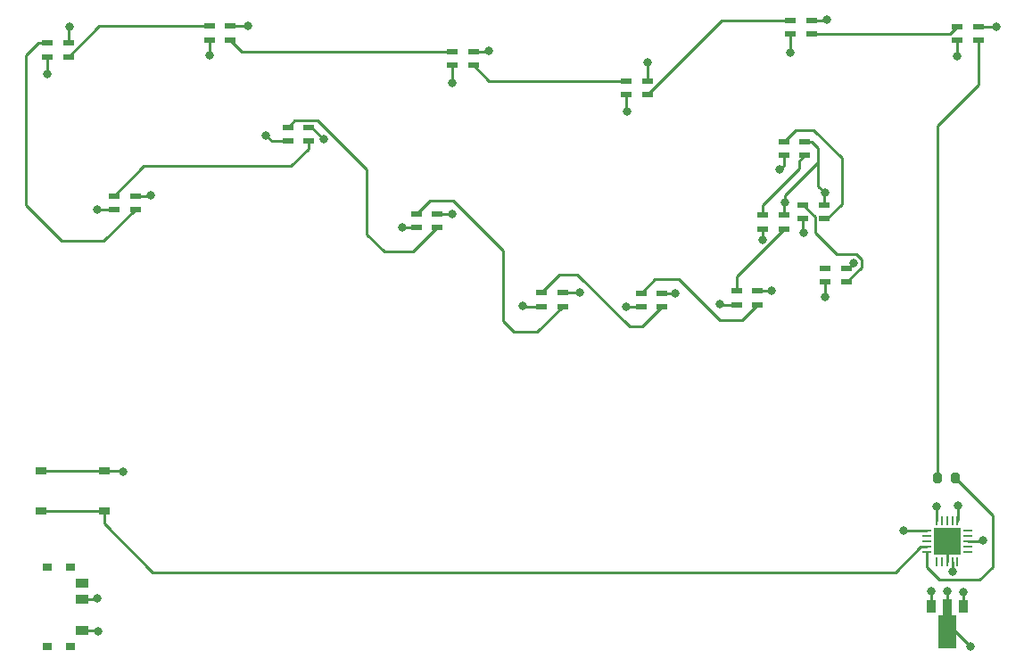
<source format=gbr>
%TF.GenerationSoftware,KiCad,Pcbnew,7.0.6*%
%TF.CreationDate,2023-11-05T20:30:34+01:00*%
%TF.ProjectId,Julkort,4a756c6b-6f72-4742-9e6b-696361645f70,rev?*%
%TF.SameCoordinates,Original*%
%TF.FileFunction,Copper,L1,Top*%
%TF.FilePolarity,Positive*%
%FSLAX46Y46*%
G04 Gerber Fmt 4.6, Leading zero omitted, Abs format (unit mm)*
G04 Created by KiCad (PCBNEW 7.0.6) date 2023-11-05 20:30:34*
%MOMM*%
%LPD*%
G01*
G04 APERTURE LIST*
G04 Aperture macros list*
%AMRoundRect*
0 Rectangle with rounded corners*
0 $1 Rounding radius*
0 $2 $3 $4 $5 $6 $7 $8 $9 X,Y pos of 4 corners*
0 Add a 4 corners polygon primitive as box body*
4,1,4,$2,$3,$4,$5,$6,$7,$8,$9,$2,$3,0*
0 Add four circle primitives for the rounded corners*
1,1,$1+$1,$2,$3*
1,1,$1+$1,$4,$5*
1,1,$1+$1,$6,$7*
1,1,$1+$1,$8,$9*
0 Add four rect primitives between the rounded corners*
20,1,$1+$1,$2,$3,$4,$5,0*
20,1,$1+$1,$4,$5,$6,$7,0*
20,1,$1+$1,$6,$7,$8,$9,0*
20,1,$1+$1,$8,$9,$2,$3,0*%
%AMFreePoly0*
4,1,9,3.862500,-0.866500,0.737500,-0.866500,0.737500,-0.450000,-0.737500,-0.450000,-0.737500,0.450000,0.737500,0.450000,0.737500,0.866500,3.862500,0.866500,3.862500,-0.866500,3.862500,-0.866500,$1*%
G04 Aperture macros list end*
%TA.AperFunction,SMDPad,CuDef*%
%ADD10R,1.000000X0.600000*%
%TD*%
%TA.AperFunction,SMDPad,CuDef*%
%ADD11RoundRect,0.200000X0.200000X0.275000X-0.200000X0.275000X-0.200000X-0.275000X0.200000X-0.275000X0*%
%TD*%
%TA.AperFunction,SMDPad,CuDef*%
%ADD12R,0.900000X1.300000*%
%TD*%
%TA.AperFunction,SMDPad,CuDef*%
%ADD13FreePoly0,270.000000*%
%TD*%
%TA.AperFunction,SMDPad,CuDef*%
%ADD14R,1.200000X0.900000*%
%TD*%
%TA.AperFunction,SMDPad,CuDef*%
%ADD15R,0.900000X0.800000*%
%TD*%
%TA.AperFunction,SMDPad,CuDef*%
%ADD16RoundRect,0.062500X-0.350000X-0.062500X0.350000X-0.062500X0.350000X0.062500X-0.350000X0.062500X0*%
%TD*%
%TA.AperFunction,SMDPad,CuDef*%
%ADD17RoundRect,0.062500X-0.062500X-0.350000X0.062500X-0.350000X0.062500X0.350000X-0.062500X0.350000X0*%
%TD*%
%TA.AperFunction,ComponentPad*%
%ADD18C,0.500000*%
%TD*%
%TA.AperFunction,SMDPad,CuDef*%
%ADD19R,2.500000X2.500000*%
%TD*%
%TA.AperFunction,SMDPad,CuDef*%
%ADD20R,1.000000X0.750000*%
%TD*%
%TA.AperFunction,ViaPad*%
%ADD21C,0.800000*%
%TD*%
%TA.AperFunction,Conductor*%
%ADD22C,0.250000*%
%TD*%
G04 APERTURE END LIST*
D10*
%TO.P,D14,1,DOUT*%
%TO.N,Net-(D14-DOUT)*%
X148020075Y-85969201D03*
%TO.P,D14,2,VSS*%
%TO.N,GND*%
X148020075Y-87269201D03*
%TO.P,D14,3,DIN*%
%TO.N,Net-(D13-DOUT)*%
X150020075Y-87269201D03*
%TO.P,D14,4,VDD*%
%TO.N,+6V*%
X150020075Y-85969201D03*
%TD*%
%TO.P,D12,1,DOUT*%
%TO.N,Net-(D12-DOUT)*%
X143538947Y-100139957D03*
%TO.P,D12,2,VSS*%
%TO.N,GND*%
X143538947Y-101439957D03*
%TO.P,D12,3,DIN*%
%TO.N,Net-(D11-DOUT)*%
X145538947Y-101439957D03*
%TO.P,D12,4,VDD*%
%TO.N,+6V*%
X145538947Y-100139957D03*
%TD*%
D11*
%TO.P,R1,1*%
%TO.N,Net-(U1-AREF{slash}PA0)*%
X164269654Y-117873176D03*
%TO.P,R1,2*%
%TO.N,Net-(D1-DIN)*%
X162619654Y-117873176D03*
%TD*%
D12*
%TO.P,U2,1,OUT*%
%TO.N,+6V*%
X165054247Y-130104485D03*
D13*
%TO.P,U2,2,GND*%
%TO.N,GND*%
X163554247Y-130191985D03*
D12*
%TO.P,U2,3,IN*%
%TO.N,Net-(U2-IN)*%
X162054247Y-130104485D03*
%TD*%
D14*
%TO.P,J1,1,NO*%
%TO.N,GND*%
X81374644Y-132389317D03*
%TO.P,J1,2,COM*%
%TO.N,Net-(J1-COM)*%
X81374644Y-129389317D03*
%TO.P,J1,3,NC*%
%TO.N,unconnected-(J1-NC-Pad3)*%
X81374644Y-127889317D03*
D15*
%TO.P,J1,MP1,MP1*%
%TO.N,unconnected-(J1-PadMP1)*%
X80324644Y-126339317D03*
%TO.P,J1,MP2,MP2*%
%TO.N,unconnected-(J1-PadMP2)*%
X80324644Y-133939317D03*
%TO.P,J1,MP3,MP3*%
%TO.N,unconnected-(J1-PadMP3)*%
X78124644Y-133939317D03*
%TO.P,J1,MP4,MP4*%
%TO.N,unconnected-(J1-PadMP4)*%
X78124644Y-126339317D03*
%TD*%
D10*
%TO.P,D9,1,DOUT*%
%TO.N,Net-(D10-DIN)*%
X113130595Y-92830523D03*
%TO.P,D9,2,VSS*%
%TO.N,GND*%
X113130595Y-94130523D03*
%TO.P,D9,3,DIN*%
%TO.N,Net-(D8-DOUT)*%
X115130595Y-94130523D03*
%TO.P,D9,4,VDD*%
%TO.N,+6V*%
X115130595Y-92830523D03*
%TD*%
%TO.P,D2,1,DOUT*%
%TO.N,Net-(D2-DOUT)*%
X148653278Y-74448155D03*
%TO.P,D2,2,VSS*%
%TO.N,GND*%
X148653278Y-75748155D03*
%TO.P,D2,3,DIN*%
%TO.N,Net-(D1-DOUT)*%
X150653278Y-75748155D03*
%TO.P,D2,4,VDD*%
%TO.N,+6V*%
X150653278Y-74448155D03*
%TD*%
%TO.P,D15,1,DOUT*%
%TO.N,Net-(D15-DOUT)*%
X149864617Y-91956466D03*
%TO.P,D15,2,VSS*%
%TO.N,GND*%
X149864617Y-93256466D03*
%TO.P,D15,3,DIN*%
%TO.N,Net-(D14-DOUT)*%
X151864617Y-93256466D03*
%TO.P,D15,4,VDD*%
%TO.N,+6V*%
X151864617Y-91956466D03*
%TD*%
%TO.P,D8,1,DOUT*%
%TO.N,Net-(D8-DOUT)*%
X100935621Y-84596700D03*
%TO.P,D8,2,VSS*%
%TO.N,GND*%
X100935621Y-85896700D03*
%TO.P,D8,3,DIN*%
%TO.N,Net-(D7-DOUT)*%
X102935621Y-85896700D03*
%TO.P,D8,4,VDD*%
%TO.N,+6V*%
X102935621Y-84596700D03*
%TD*%
D16*
%TO.P,U1,1,PA4*%
%TO.N,Net-(U1-PA4)*%
X161572910Y-122922699D03*
%TO.P,U1,2,PA3*%
%TO.N,unconnected-(U1-PA3-Pad2)*%
X161572910Y-123422699D03*
%TO.P,U1,3,PA2*%
%TO.N,unconnected-(U1-PA2-Pad3)*%
X161572910Y-123922699D03*
%TO.P,U1,4,PA1*%
%TO.N,Net-(S1-NO_1)*%
X161572910Y-124422699D03*
%TO.P,U1,5,AREF/PA0*%
%TO.N,Net-(U1-AREF{slash}PA0)*%
X161572910Y-124922699D03*
D17*
%TO.P,U1,6,NC*%
%TO.N,unconnected-(U1-NC-Pad6)*%
X162510410Y-125860199D03*
%TO.P,U1,7,NC*%
%TO.N,unconnected-(U1-NC-Pad7)*%
X163010410Y-125860199D03*
%TO.P,U1,8,GND*%
%TO.N,GND*%
X163510410Y-125860199D03*
%TO.P,U1,9,VCC*%
%TO.N,+6V*%
X164010410Y-125860199D03*
%TO.P,U1,10,NC*%
%TO.N,unconnected-(U1-NC-Pad10)*%
X164510410Y-125860199D03*
D16*
%TO.P,U1,11,XTAL1/PB0*%
%TO.N,unconnected-(U1-XTAL1{slash}PB0-Pad11)*%
X165447910Y-124922699D03*
%TO.P,U1,12,XTAL2/PB1*%
%TO.N,unconnected-(U1-XTAL2{slash}PB1-Pad12)*%
X165447910Y-124422699D03*
%TO.P,U1,13,~{RESET}/PB3*%
%TO.N,Net-(U1-~{RESET}{slash}PB3)*%
X165447910Y-123922699D03*
%TO.P,U1,14,PB2*%
%TO.N,unconnected-(U1-PB2-Pad14)*%
X165447910Y-123422699D03*
%TO.P,U1,15,PA7*%
%TO.N,unconnected-(U1-PA7-Pad15)*%
X165447910Y-122922699D03*
D17*
%TO.P,U1,16,PA6*%
%TO.N,Net-(U1-PA6)*%
X164510410Y-121985199D03*
%TO.P,U1,17,NC*%
%TO.N,unconnected-(U1-NC-Pad17)*%
X164010410Y-121985199D03*
%TO.P,U1,18,NC*%
%TO.N,unconnected-(U1-NC-Pad18)*%
X163510410Y-121985199D03*
%TO.P,U1,19,NC*%
%TO.N,unconnected-(U1-NC-Pad19)*%
X163010410Y-121985199D03*
%TO.P,U1,20,PA5*%
%TO.N,Net-(U1-PA5)*%
X162510410Y-121985199D03*
D18*
%TO.P,U1,21,GND*%
%TO.N,GND*%
X162510410Y-122922699D03*
X162510410Y-124922699D03*
D19*
X163510410Y-123922699D03*
D18*
X164510410Y-122922699D03*
X164510410Y-124922699D03*
%TD*%
D10*
%TO.P,D3,1,DOUT*%
%TO.N,Net-(D3-DOUT)*%
X133070128Y-80227600D03*
%TO.P,D3,2,VSS*%
%TO.N,GND*%
X133070128Y-81527600D03*
%TO.P,D3,3,DIN*%
%TO.N,Net-(D2-DOUT)*%
X135070128Y-81527600D03*
%TO.P,D3,4,VDD*%
%TO.N,+6V*%
X135070128Y-80227600D03*
%TD*%
%TO.P,D5,1,DOUT*%
%TO.N,Net-(D5-DOUT)*%
X93493551Y-75010598D03*
%TO.P,D5,2,VSS*%
%TO.N,GND*%
X93493551Y-76310598D03*
%TO.P,D5,3,DIN*%
%TO.N,Net-(D4-DOUT)*%
X95493551Y-76310598D03*
%TO.P,D5,4,VDD*%
%TO.N,+6V*%
X95493551Y-75010598D03*
%TD*%
%TO.P,D10,1,DOUT*%
%TO.N,Net-(D10-DOUT)*%
X125029939Y-100321800D03*
%TO.P,D10,2,VSS*%
%TO.N,GND*%
X125029939Y-101621800D03*
%TO.P,D10,3,DIN*%
%TO.N,Net-(D10-DIN)*%
X127029939Y-101621800D03*
%TO.P,D10,4,VDD*%
%TO.N,+6V*%
X127029939Y-100321800D03*
%TD*%
%TO.P,D1,1,DOUT*%
%TO.N,Net-(D1-DOUT)*%
X164493092Y-75061875D03*
%TO.P,D1,2,VSS*%
%TO.N,GND*%
X164493092Y-76361875D03*
%TO.P,D1,3,DIN*%
%TO.N,Net-(D1-DIN)*%
X166493092Y-76361875D03*
%TO.P,D1,4,VDD*%
%TO.N,+6V*%
X166493092Y-75061875D03*
%TD*%
D20*
%TO.P,S1,A1,COM_1*%
%TO.N,GND*%
X77499405Y-117249277D03*
%TO.P,S1,B1,COM_2*%
X83499405Y-117249277D03*
%TO.P,S1,C1,NO_1*%
%TO.N,Net-(S1-NO_1)*%
X77499405Y-120999277D03*
%TO.P,S1,D1,NO_2*%
X83499405Y-120999277D03*
%TD*%
D10*
%TO.P,D7,1,DOUT*%
%TO.N,Net-(D7-DOUT)*%
X84452863Y-91128432D03*
%TO.P,D7,2,VSS*%
%TO.N,GND*%
X84452863Y-92428432D03*
%TO.P,D7,3,DIN*%
%TO.N,Net-(D6-DOUT)*%
X86452863Y-92428432D03*
%TO.P,D7,4,VDD*%
%TO.N,+6V*%
X86452863Y-91128432D03*
%TD*%
%TO.P,D13,1,DOUT*%
%TO.N,Net-(D13-DOUT)*%
X146055928Y-92943768D03*
%TO.P,D13,2,VSS*%
%TO.N,GND*%
X146055928Y-94243768D03*
%TO.P,D13,3,DIN*%
%TO.N,Net-(D12-DOUT)*%
X148055928Y-94243768D03*
%TO.P,D13,4,VDD*%
%TO.N,+6V*%
X148055928Y-92943768D03*
%TD*%
%TO.P,D4,1,DOUT*%
%TO.N,Net-(D4-DOUT)*%
X116541637Y-77407412D03*
%TO.P,D4,2,VSS*%
%TO.N,GND*%
X116541637Y-78707412D03*
%TO.P,D4,3,DIN*%
%TO.N,Net-(D3-DOUT)*%
X118541637Y-78707412D03*
%TO.P,D4,4,VDD*%
%TO.N,+6V*%
X118541637Y-77407412D03*
%TD*%
%TO.P,D6,1,DOUT*%
%TO.N,Net-(D6-DOUT)*%
X78148571Y-76610787D03*
%TO.P,D6,2,VSS*%
%TO.N,GND*%
X78148571Y-77910787D03*
%TO.P,D6,3,DIN*%
%TO.N,Net-(D5-DOUT)*%
X80148571Y-77910787D03*
%TO.P,D6,4,VDD*%
%TO.N,+6V*%
X80148571Y-76610787D03*
%TD*%
%TO.P,D16,1,DOUT*%
%TO.N,unconnected-(D16-DOUT-Pad1)*%
X151975158Y-97983820D03*
%TO.P,D16,2,VSS*%
%TO.N,GND*%
X151975158Y-99283820D03*
%TO.P,D16,3,DIN*%
%TO.N,Net-(D15-DOUT)*%
X153975158Y-99283820D03*
%TO.P,D16,4,VDD*%
%TO.N,+6V*%
X153975158Y-97983820D03*
%TD*%
%TO.P,D11,1,DOUT*%
%TO.N,Net-(D11-DOUT)*%
X134479275Y-100360766D03*
%TO.P,D11,2,VSS*%
%TO.N,GND*%
X134479275Y-101660766D03*
%TO.P,D11,3,DIN*%
%TO.N,Net-(D10-DOUT)*%
X136479275Y-101660766D03*
%TO.P,D11,4,VDD*%
%TO.N,+6V*%
X136479275Y-100360766D03*
%TD*%
D21*
%TO.N,+6V*%
X164012858Y-126752856D03*
%TO.N,GND*%
X78147613Y-79542743D03*
X93539314Y-77789258D03*
X85318686Y-117297336D03*
X147618605Y-88646650D03*
X116568416Y-80380519D03*
X141916015Y-101422338D03*
X145979235Y-95295862D03*
X164438555Y-77828224D03*
X165776691Y-133929622D03*
X123251142Y-101558720D03*
X111824815Y-94130523D03*
X82823573Y-92421116D03*
X82961223Y-132435756D03*
X98897184Y-85348726D03*
X151949846Y-100681978D03*
X149923597Y-94622713D03*
X133090141Y-101656136D03*
X163536387Y-128637625D03*
X148657191Y-77516494D03*
X133109624Y-83069196D03*
%TO.N,+6V*%
X120036420Y-77360628D03*
X152125194Y-74379704D03*
X80194966Y-75084343D03*
X137746618Y-100389730D03*
X97184287Y-75006410D03*
X154658041Y-97464457D03*
X168159840Y-75061615D03*
X135077424Y-78471169D03*
X128686946Y-100292315D03*
X116548933Y-92810779D03*
X87908679Y-91076777D03*
X148131145Y-91719722D03*
X146884223Y-100155932D03*
X151910880Y-90823496D03*
X165069063Y-128702569D03*
X104334609Y-85722151D03*
%TO.N,Net-(U1-PA4)*%
X159384469Y-122891353D03*
%TO.N,Net-(U1-~{RESET}{slash}PB3)*%
X166907251Y-123864346D03*
%TO.N,Net-(U1-PA6)*%
X164582306Y-120535681D03*
%TO.N,Net-(U2-IN)*%
X162016700Y-128663602D03*
%TO.N,Net-(J1-COM)*%
X82883291Y-129357416D03*
%TO.N,Net-(U1-PA5)*%
X162536251Y-120610560D03*
%TD*%
D22*
%TO.N,Net-(J1-COM)*%
X82851390Y-129389317D02*
X82883291Y-129357416D01*
X81374644Y-129389317D02*
X82851390Y-129389317D01*
%TO.N,+6V*%
X164010410Y-126750408D02*
X164012858Y-126752856D01*
X164010410Y-125860199D02*
X164010410Y-126750408D01*
%TO.N,GND*%
X163510410Y-125860199D02*
X163510410Y-123922699D01*
%TO.N,Net-(D13-DOUT)*%
X149477979Y-87811297D02*
X150020075Y-87269201D01*
X149477979Y-88560120D02*
X149477979Y-87811297D01*
X146055928Y-92943768D02*
X146055928Y-91982171D01*
X146055928Y-91982171D02*
X149477979Y-88560120D01*
%TO.N,Net-(D1-DOUT)*%
X150653278Y-75748155D02*
X163806812Y-75748155D01*
X163806812Y-75748155D02*
X164493092Y-75061875D01*
%TO.N,GND*%
X149864617Y-93256466D02*
X149864617Y-94563733D01*
X151975158Y-100656666D02*
X151949846Y-100681978D01*
X83499405Y-117249277D02*
X85270627Y-117249277D01*
X116541637Y-78707412D02*
X116541637Y-80353740D01*
X81374644Y-132389317D02*
X82914784Y-132389317D01*
X133094771Y-101660766D02*
X133090141Y-101656136D01*
X82914784Y-132389317D02*
X82961223Y-132435756D01*
X78148571Y-79541785D02*
X78147613Y-79542743D01*
X99445158Y-85896700D02*
X98897184Y-85348726D01*
X146055928Y-95219169D02*
X145979235Y-95295862D01*
X164493092Y-77773687D02*
X164438555Y-77828224D01*
X148653278Y-77512581D02*
X148657191Y-77516494D01*
X100935621Y-85896700D02*
X99445158Y-85896700D01*
X143538947Y-101439957D02*
X141933634Y-101439957D01*
X123314222Y-101621800D02*
X123251142Y-101558720D01*
X93493551Y-76310598D02*
X93493551Y-77743495D01*
X116541637Y-80353740D02*
X116568416Y-80380519D01*
X82830889Y-92428432D02*
X82823573Y-92421116D01*
X133070128Y-81527600D02*
X133070128Y-83029700D01*
X78148571Y-77910787D02*
X78148571Y-79541785D01*
X125029939Y-101621800D02*
X123314222Y-101621800D01*
X133070128Y-83029700D02*
X133109624Y-83069196D01*
X77499405Y-117249277D02*
X83499405Y-117249277D01*
X148020075Y-87269201D02*
X148020075Y-88245180D01*
X148020075Y-88245180D02*
X147618605Y-88646650D01*
X84452863Y-92428432D02*
X82830889Y-92428432D01*
X163554247Y-131707178D02*
X163554247Y-130191985D01*
X134479275Y-101660766D02*
X133094771Y-101660766D01*
X146055928Y-94243768D02*
X146055928Y-95219169D01*
X148653278Y-75748155D02*
X148653278Y-77512581D01*
X93493551Y-77743495D02*
X93539314Y-77789258D01*
X165776691Y-133929622D02*
X163554247Y-131707178D01*
X141933634Y-101439957D02*
X141916015Y-101422338D01*
X149864617Y-94563733D02*
X149923597Y-94622713D01*
X111824815Y-94130523D02*
X113130595Y-94130523D01*
X85270627Y-117249277D02*
X85318686Y-117297336D01*
X163554247Y-128655485D02*
X163536387Y-128637625D01*
X151975158Y-99283820D02*
X151975158Y-100656666D01*
X163554247Y-130191985D02*
X163554247Y-128655485D01*
X164493092Y-76361875D02*
X164493092Y-77773687D01*
%TO.N,Net-(D2-DOUT)*%
X148653278Y-74448155D02*
X142149573Y-74448155D01*
X142149573Y-74448155D02*
X135070128Y-81527600D01*
%TO.N,Net-(D3-DOUT)*%
X120061825Y-80227600D02*
X118541637Y-78707412D01*
X133070128Y-80227600D02*
X120061825Y-80227600D01*
%TO.N,Net-(D4-DOUT)*%
X116541637Y-77407412D02*
X96590365Y-77407412D01*
X96590365Y-77407412D02*
X95493551Y-76310598D01*
%TO.N,Net-(D5-DOUT)*%
X83048760Y-75010598D02*
X80148571Y-77910787D01*
X93493551Y-75010598D02*
X83048760Y-75010598D01*
%TO.N,Net-(D6-DOUT)*%
X76066572Y-77780741D02*
X76066572Y-92013193D01*
X79456643Y-95403264D02*
X83478031Y-95403264D01*
X83478031Y-95403264D02*
X86452863Y-92428432D01*
X78148571Y-76610787D02*
X77236526Y-76610787D01*
X76066572Y-92013193D02*
X79456643Y-95403264D01*
X77236526Y-76610787D02*
X76066572Y-77780741D01*
%TO.N,Net-(D7-DOUT)*%
X101258306Y-88301650D02*
X102935621Y-86624335D01*
X87279645Y-88301650D02*
X101258306Y-88301650D01*
X102935621Y-86624335D02*
X102935621Y-85896700D01*
X84452863Y-91128432D02*
X87279645Y-88301650D01*
%TO.N,Net-(D8-DOUT)*%
X101560621Y-83971700D02*
X103760621Y-83971700D01*
X108418369Y-94760320D02*
X110084179Y-96426130D01*
X103760621Y-83971700D02*
X108418369Y-88629448D01*
X110084179Y-96426130D02*
X112834988Y-96426130D01*
X112834988Y-96426130D02*
X115130595Y-94130523D01*
X108418369Y-88629448D02*
X108418369Y-94760320D01*
X100935621Y-84596700D02*
X101560621Y-83971700D01*
%TO.N,Net-(D10-DIN)*%
X114415521Y-91545597D02*
X116601299Y-91545597D01*
X116601299Y-91545597D02*
X121335708Y-96280006D01*
X113130595Y-92830523D02*
X114415521Y-91545597D01*
X124597949Y-104053790D02*
X127029939Y-101621800D01*
X122387799Y-104053790D02*
X124597949Y-104053790D01*
X121335708Y-96280006D02*
X121335708Y-103001699D01*
X121335708Y-103001699D02*
X122387799Y-104053790D01*
%TO.N,Net-(D10-DOUT)*%
X125029939Y-100321800D02*
X125029939Y-100271885D01*
X125029939Y-100271885D02*
X126742287Y-98559537D01*
X126742287Y-98559537D02*
X128437322Y-98559537D01*
X134612297Y-103527744D02*
X136479275Y-101660766D01*
X128437322Y-98559537D02*
X133405529Y-103527744D01*
X133405529Y-103527744D02*
X134612297Y-103527744D01*
%TO.N,Net-(D11-DOUT)*%
X135783683Y-99056358D02*
X138023040Y-99056358D01*
X138023040Y-99056358D02*
X141909931Y-102943249D01*
X144035655Y-102943249D02*
X145538947Y-101439957D01*
X134479275Y-100360766D02*
X135783683Y-99056358D01*
X141909931Y-102943249D02*
X144035655Y-102943249D01*
%TO.N,Net-(D12-DOUT)*%
X143538947Y-100139957D02*
X143538947Y-98760749D01*
X143538947Y-98760749D02*
X148055928Y-94243768D01*
%TO.N,Net-(D14-DOUT)*%
X150881929Y-84853130D02*
X153512157Y-87483358D01*
X148020075Y-85969201D02*
X149136146Y-84853130D01*
X153512157Y-91867070D02*
X152122761Y-93256466D01*
X153512157Y-87483358D02*
X153512157Y-91867070D01*
X152122761Y-93256466D02*
X151864617Y-93256466D01*
X149136146Y-84853130D02*
X150881929Y-84853130D01*
%TO.N,Net-(D15-DOUT)*%
X149864617Y-91956466D02*
X151039617Y-93131466D01*
X153073786Y-96659928D02*
X154914945Y-96659928D01*
X151039617Y-94625759D02*
X153073786Y-96659928D01*
X151039617Y-93131466D02*
X151039617Y-94625759D01*
X154914945Y-96659928D02*
X155382541Y-97127524D01*
X155382541Y-97127524D02*
X155382541Y-97876437D01*
X155382541Y-97876437D02*
X153975158Y-99283820D01*
%TO.N,+6V*%
X95493551Y-75010598D02*
X97180099Y-75010598D01*
X154138678Y-97983820D02*
X154658041Y-97464457D01*
X151267935Y-87951474D02*
X151267935Y-90180551D01*
X151267935Y-90180551D02*
X151910880Y-90823496D01*
X118541637Y-77407412D02*
X119989636Y-77407412D01*
X116529189Y-92830523D02*
X116548933Y-92810779D01*
X146868248Y-100139957D02*
X146884223Y-100155932D01*
X151864617Y-91956466D02*
X151864617Y-90869759D01*
X165054247Y-128717385D02*
X165069063Y-128702569D01*
X119989636Y-77407412D02*
X120036420Y-77360628D01*
X150680453Y-85969201D02*
X151267935Y-86556683D01*
X153975158Y-97983820D02*
X154138678Y-97983820D01*
X135070128Y-80227600D02*
X135070128Y-78478465D01*
X148131145Y-91719722D02*
X148131145Y-91088264D01*
X80148571Y-76610787D02*
X80148571Y-75130738D01*
X137717654Y-100360766D02*
X137746618Y-100389730D01*
X168159580Y-75061875D02*
X168159840Y-75061615D01*
X148055928Y-91794939D02*
X148131145Y-91719722D01*
X127029939Y-100321800D02*
X128657461Y-100321800D01*
X103209158Y-84596700D02*
X104334609Y-85722151D01*
X136479275Y-100360766D02*
X137717654Y-100360766D01*
X135070128Y-78478465D02*
X135077424Y-78471169D01*
X102935621Y-84596700D02*
X103209158Y-84596700D01*
X148055928Y-92943768D02*
X148055928Y-91794939D01*
X150653278Y-74448155D02*
X152056743Y-74448155D01*
X152056743Y-74448155D02*
X152125194Y-74379704D01*
X148131145Y-91088264D02*
X151267935Y-87951474D01*
X165054247Y-130104485D02*
X165054247Y-128717385D01*
X151864617Y-90869759D02*
X151910880Y-90823496D01*
X115130595Y-92830523D02*
X116529189Y-92830523D01*
X128657461Y-100321800D02*
X128686946Y-100292315D01*
X86452863Y-91128432D02*
X87857024Y-91128432D01*
X145538947Y-100139957D02*
X146868248Y-100139957D01*
X151267935Y-86556683D02*
X151267935Y-87951474D01*
X150020075Y-85969201D02*
X150680453Y-85969201D01*
X166493092Y-75061875D02*
X168159580Y-75061875D01*
X80148571Y-75130738D02*
X80194966Y-75084343D01*
X87857024Y-91128432D02*
X87908679Y-91076777D01*
X97180099Y-75010598D02*
X97184287Y-75006410D01*
%TO.N,Net-(U1-PA4)*%
X161541564Y-122891353D02*
X161572910Y-122922699D01*
X159384469Y-122891353D02*
X161541564Y-122891353D01*
%TO.N,Net-(U1-~{RESET}{slash}PB3)*%
X166848898Y-123922699D02*
X165447910Y-123922699D01*
X166907251Y-123864346D02*
X166848898Y-123922699D01*
%TO.N,Net-(U1-PA6)*%
X164582306Y-121913303D02*
X164510410Y-121985199D01*
X164582306Y-120535681D02*
X164582306Y-121913303D01*
%TO.N,Net-(D1-DIN)*%
X162619654Y-84454609D02*
X166493092Y-80581171D01*
X162619654Y-117873176D02*
X162619654Y-84454609D01*
X166493092Y-80581171D02*
X166493092Y-76361875D01*
%TO.N,Net-(U2-IN)*%
X162054247Y-130104485D02*
X162054247Y-128701149D01*
X162054247Y-128701149D02*
X162016700Y-128663602D01*
%TO.N,Net-(U1-AREF{slash}PA0)*%
X166599977Y-127574844D02*
X162810501Y-127574844D01*
X161572910Y-126337253D02*
X161572910Y-124922699D01*
X162810501Y-127574844D02*
X161572910Y-126337253D01*
X164269654Y-117873176D02*
X167827417Y-121430939D01*
X167827417Y-126347404D02*
X166599977Y-127574844D01*
X167827417Y-121430939D02*
X167827417Y-126347404D01*
%TO.N,Net-(S1-NO_1)*%
X77499405Y-120999277D02*
X83499405Y-120999277D01*
X88096206Y-126838130D02*
X83499405Y-122241329D01*
X83499405Y-122241329D02*
X83499405Y-120999277D01*
X161012402Y-124422699D02*
X158596971Y-126838130D01*
X161572910Y-124422699D02*
X161012402Y-124422699D01*
X158596971Y-126838130D02*
X88096206Y-126838130D01*
%TO.N,Net-(U1-PA5)*%
X162510410Y-120636401D02*
X162536251Y-120610560D01*
X162510410Y-121985199D02*
X162510410Y-120636401D01*
%TD*%
M02*

</source>
